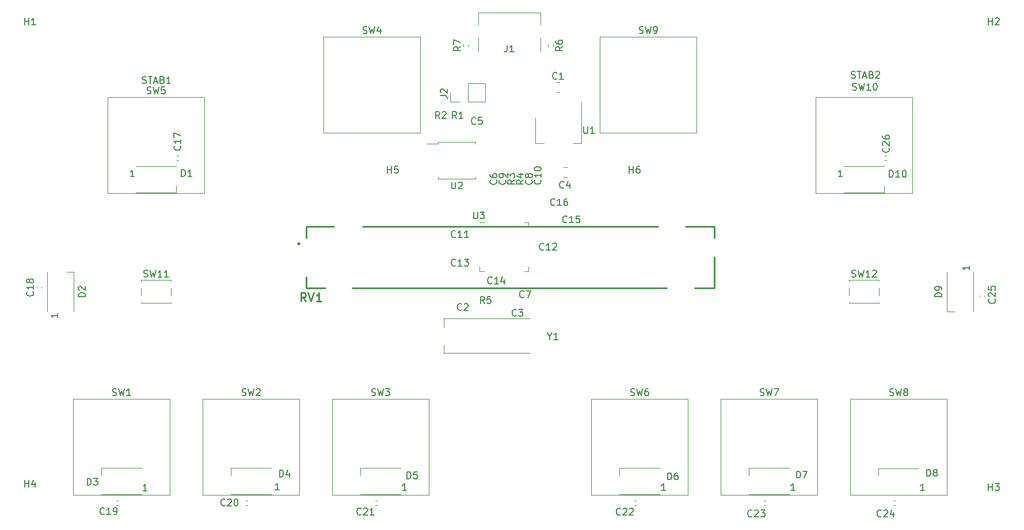
<source format=gbr>
G04 #@! TF.GenerationSoftware,KiCad,Pcbnew,(6.0.5)*
G04 #@! TF.CreationDate,2022-06-09T18:29:16+02:00*
G04 #@! TF.ProjectId,minigeki,6d696e69-6765-46b6-992e-6b696361645f,v3.0*
G04 #@! TF.SameCoordinates,Original*
G04 #@! TF.FileFunction,Legend,Top*
G04 #@! TF.FilePolarity,Positive*
%FSLAX46Y46*%
G04 Gerber Fmt 4.6, Leading zero omitted, Abs format (unit mm)*
G04 Created by KiCad (PCBNEW (6.0.5)) date 2022-06-09 18:29:16*
%MOMM*%
%LPD*%
G01*
G04 APERTURE LIST*
%ADD10C,0.150000*%
%ADD11C,0.254000*%
%ADD12C,0.120000*%
G04 APERTURE END LIST*
D10*
X157115137Y-75845942D02*
X157067518Y-75893561D01*
X156924661Y-75941180D01*
X156829423Y-75941180D01*
X156686565Y-75893561D01*
X156591327Y-75798323D01*
X156543708Y-75703085D01*
X156496089Y-75512609D01*
X156496089Y-75369752D01*
X156543708Y-75179276D01*
X156591327Y-75084038D01*
X156686565Y-74988800D01*
X156829423Y-74941180D01*
X156924661Y-74941180D01*
X157067518Y-74988800D01*
X157115137Y-75036419D01*
X157972280Y-75274514D02*
X157972280Y-75941180D01*
X157734184Y-74893561D02*
X157496089Y-75607847D01*
X158115137Y-75607847D01*
X138962884Y-62309333D02*
X139677170Y-62309333D01*
X139820027Y-62356952D01*
X139915265Y-62452190D01*
X139962884Y-62595047D01*
X139962884Y-62690285D01*
X139058123Y-61880761D02*
X139010504Y-61833142D01*
X138962884Y-61737904D01*
X138962884Y-61499809D01*
X139010504Y-61404571D01*
X139058123Y-61356952D01*
X139153361Y-61309333D01*
X139248599Y-61309333D01*
X139391456Y-61356952D01*
X139962884Y-61928380D01*
X139962884Y-61309333D01*
X153662946Y-74724857D02*
X153710565Y-74772476D01*
X153758184Y-74915333D01*
X153758184Y-75010571D01*
X153710565Y-75153428D01*
X153615327Y-75248666D01*
X153520089Y-75296285D01*
X153329613Y-75343904D01*
X153186756Y-75343904D01*
X152996280Y-75296285D01*
X152901042Y-75248666D01*
X152805804Y-75153428D01*
X152758184Y-75010571D01*
X152758184Y-74915333D01*
X152805804Y-74772476D01*
X152853423Y-74724857D01*
X153758184Y-73772476D02*
X153758184Y-74343904D01*
X153758184Y-74058190D02*
X152758184Y-74058190D01*
X152901042Y-74153428D01*
X152996280Y-74248666D01*
X153043899Y-74343904D01*
X152758184Y-73153428D02*
X152758184Y-73058190D01*
X152805804Y-72962952D01*
X152853423Y-72915333D01*
X152948661Y-72867714D01*
X153139137Y-72820095D01*
X153377232Y-72820095D01*
X153567708Y-72867714D01*
X153662946Y-72915333D01*
X153710565Y-72962952D01*
X153758184Y-73058190D01*
X153758184Y-73153428D01*
X153710565Y-73248666D01*
X153662946Y-73296285D01*
X153567708Y-73343904D01*
X153377232Y-73391523D01*
X153139137Y-73391523D01*
X152948661Y-73343904D01*
X152853423Y-73296285D01*
X152805804Y-73248666D01*
X152758184Y-73153428D01*
X152362946Y-74748666D02*
X152410565Y-74796285D01*
X152458184Y-74939142D01*
X152458184Y-75034380D01*
X152410565Y-75177238D01*
X152315327Y-75272476D01*
X152220089Y-75320095D01*
X152029613Y-75367714D01*
X151886756Y-75367714D01*
X151696280Y-75320095D01*
X151601042Y-75272476D01*
X151505804Y-75177238D01*
X151458184Y-75034380D01*
X151458184Y-74939142D01*
X151505804Y-74796285D01*
X151553423Y-74748666D01*
X151886756Y-74177238D02*
X151839137Y-74272476D01*
X151791518Y-74320095D01*
X151696280Y-74367714D01*
X151648661Y-74367714D01*
X151553423Y-74320095D01*
X151505804Y-74272476D01*
X151458184Y-74177238D01*
X151458184Y-73986761D01*
X151505804Y-73891523D01*
X151553423Y-73843904D01*
X151648661Y-73796285D01*
X151696280Y-73796285D01*
X151791518Y-73843904D01*
X151839137Y-73891523D01*
X151886756Y-73986761D01*
X151886756Y-74177238D01*
X151934375Y-74272476D01*
X151981994Y-74320095D01*
X152077232Y-74367714D01*
X152267708Y-74367714D01*
X152362946Y-74320095D01*
X152410565Y-74272476D01*
X152458184Y-74177238D01*
X152458184Y-73986761D01*
X152410565Y-73891523D01*
X152362946Y-73843904D01*
X152267708Y-73796285D01*
X152077232Y-73796285D01*
X151981994Y-73843904D01*
X151934375Y-73891523D01*
X151886756Y-73986761D01*
X141187946Y-87309142D02*
X141140327Y-87356761D01*
X140997470Y-87404380D01*
X140902232Y-87404380D01*
X140759375Y-87356761D01*
X140664137Y-87261523D01*
X140616518Y-87166285D01*
X140568899Y-86975809D01*
X140568899Y-86832952D01*
X140616518Y-86642476D01*
X140664137Y-86547238D01*
X140759375Y-86452000D01*
X140902232Y-86404380D01*
X140997470Y-86404380D01*
X141140327Y-86452000D01*
X141187946Y-86499619D01*
X142140327Y-87404380D02*
X141568899Y-87404380D01*
X141854613Y-87404380D02*
X141854613Y-86404380D01*
X141759375Y-86547238D01*
X141664137Y-86642476D01*
X141568899Y-86690095D01*
X142473661Y-86404380D02*
X143092708Y-86404380D01*
X142759375Y-86785333D01*
X142902232Y-86785333D01*
X142997470Y-86832952D01*
X143045089Y-86880571D01*
X143092708Y-86975809D01*
X143092708Y-87213904D01*
X143045089Y-87309142D01*
X142997470Y-87356761D01*
X142902232Y-87404380D01*
X142616518Y-87404380D01*
X142521280Y-87356761D01*
X142473661Y-87309142D01*
X144149137Y-66439142D02*
X144101518Y-66486761D01*
X143958661Y-66534380D01*
X143863423Y-66534380D01*
X143720565Y-66486761D01*
X143625327Y-66391523D01*
X143577708Y-66296285D01*
X143530089Y-66105809D01*
X143530089Y-65962952D01*
X143577708Y-65772476D01*
X143625327Y-65677238D01*
X143720565Y-65582000D01*
X143863423Y-65534380D01*
X143958661Y-65534380D01*
X144101518Y-65582000D01*
X144149137Y-65629619D01*
X145053899Y-65534380D02*
X144577708Y-65534380D01*
X144530089Y-66010571D01*
X144577708Y-65962952D01*
X144672946Y-65915333D01*
X144911042Y-65915333D01*
X145006280Y-65962952D01*
X145053899Y-66010571D01*
X145101518Y-66105809D01*
X145101518Y-66343904D01*
X145053899Y-66439142D01*
X145006280Y-66486761D01*
X144911042Y-66534380D01*
X144672946Y-66534380D01*
X144577708Y-66486761D01*
X144530089Y-66439142D01*
X138835837Y-65679580D02*
X138502504Y-65203390D01*
X138264408Y-65679580D02*
X138264408Y-64679580D01*
X138645361Y-64679580D01*
X138740599Y-64727200D01*
X138788218Y-64774819D01*
X138835837Y-64870057D01*
X138835837Y-65012914D01*
X138788218Y-65108152D01*
X138740599Y-65155771D01*
X138645361Y-65203390D01*
X138264408Y-65203390D01*
X139216789Y-64774819D02*
X139264408Y-64727200D01*
X139359646Y-64679580D01*
X139597742Y-64679580D01*
X139692980Y-64727200D01*
X139740599Y-64774819D01*
X139788218Y-64870057D01*
X139788218Y-64965295D01*
X139740599Y-65108152D01*
X139169170Y-65679580D01*
X139788218Y-65679580D01*
X160053899Y-66884380D02*
X160053899Y-67693904D01*
X160101518Y-67789142D01*
X160149137Y-67836761D01*
X160244375Y-67884380D01*
X160434851Y-67884380D01*
X160530089Y-67836761D01*
X160577708Y-67789142D01*
X160625327Y-67693904D01*
X160625327Y-66884380D01*
X161625327Y-67884380D02*
X161053899Y-67884380D01*
X161339613Y-67884380D02*
X161339613Y-66884380D01*
X161244375Y-67027238D01*
X161149137Y-67122476D01*
X161053899Y-67170095D01*
X140603899Y-75034380D02*
X140603899Y-75843904D01*
X140651518Y-75939142D01*
X140699137Y-75986761D01*
X140794375Y-76034380D01*
X140984851Y-76034380D01*
X141080089Y-75986761D01*
X141127708Y-75939142D01*
X141175327Y-75843904D01*
X141175327Y-75034380D01*
X141603899Y-75129619D02*
X141651518Y-75082000D01*
X141746756Y-75034380D01*
X141984851Y-75034380D01*
X142080089Y-75082000D01*
X142127708Y-75129619D01*
X142175327Y-75224857D01*
X142175327Y-75320095D01*
X142127708Y-75462952D01*
X141556280Y-76034380D01*
X142175327Y-76034380D01*
X150113437Y-94692742D02*
X150065818Y-94740361D01*
X149922961Y-94787980D01*
X149827723Y-94787980D01*
X149684865Y-94740361D01*
X149589627Y-94645123D01*
X149542008Y-94549885D01*
X149494389Y-94359409D01*
X149494389Y-94216552D01*
X149542008Y-94026076D01*
X149589627Y-93930838D01*
X149684865Y-93835600D01*
X149827723Y-93787980D01*
X149922961Y-93787980D01*
X150065818Y-93835600D01*
X150113437Y-93883219D01*
X150446770Y-93787980D02*
X151065818Y-93787980D01*
X150732484Y-94168933D01*
X150875342Y-94168933D01*
X150970580Y-94216552D01*
X151018199Y-94264171D01*
X151065818Y-94359409D01*
X151065818Y-94597504D01*
X151018199Y-94692742D01*
X150970580Y-94740361D01*
X150875342Y-94787980D01*
X150589627Y-94787980D01*
X150494389Y-94740361D01*
X150446770Y-94692742D01*
X141325037Y-65679580D02*
X140991704Y-65203390D01*
X140753608Y-65679580D02*
X140753608Y-64679580D01*
X141134561Y-64679580D01*
X141229799Y-64727200D01*
X141277418Y-64774819D01*
X141325037Y-64870057D01*
X141325037Y-65012914D01*
X141277418Y-65108152D01*
X141229799Y-65155771D01*
X141134561Y-65203390D01*
X140753608Y-65203390D01*
X142277418Y-65679580D02*
X141705989Y-65679580D01*
X141991704Y-65679580D02*
X141991704Y-64679580D01*
X141896465Y-64822438D01*
X141801227Y-64917676D01*
X141705989Y-64965295D01*
X148472946Y-74748666D02*
X148520565Y-74796285D01*
X148568184Y-74939142D01*
X148568184Y-75034380D01*
X148520565Y-75177238D01*
X148425327Y-75272476D01*
X148330089Y-75320095D01*
X148139613Y-75367714D01*
X147996756Y-75367714D01*
X147806280Y-75320095D01*
X147711042Y-75272476D01*
X147615804Y-75177238D01*
X147568184Y-75034380D01*
X147568184Y-74939142D01*
X147615804Y-74796285D01*
X147663423Y-74748666D01*
X148568184Y-74272476D02*
X148568184Y-74082000D01*
X148520565Y-73986761D01*
X148472946Y-73939142D01*
X148330089Y-73843904D01*
X148139613Y-73796285D01*
X147758661Y-73796285D01*
X147663423Y-73843904D01*
X147615804Y-73891523D01*
X147568184Y-73986761D01*
X147568184Y-74177238D01*
X147615804Y-74272476D01*
X147663423Y-74320095D01*
X147758661Y-74367714D01*
X147996756Y-74367714D01*
X148091994Y-74320095D01*
X148139613Y-74272476D01*
X148187232Y-74177238D01*
X148187232Y-73986761D01*
X148139613Y-73891523D01*
X148091994Y-73843904D01*
X147996756Y-73796285D01*
X154157946Y-84969142D02*
X154110327Y-85016761D01*
X153967470Y-85064380D01*
X153872232Y-85064380D01*
X153729375Y-85016761D01*
X153634137Y-84921523D01*
X153586518Y-84826285D01*
X153538899Y-84635809D01*
X153538899Y-84492952D01*
X153586518Y-84302476D01*
X153634137Y-84207238D01*
X153729375Y-84112000D01*
X153872232Y-84064380D01*
X153967470Y-84064380D01*
X154110327Y-84112000D01*
X154157946Y-84159619D01*
X155110327Y-85064380D02*
X154538899Y-85064380D01*
X154824613Y-85064380D02*
X154824613Y-84064380D01*
X154729375Y-84207238D01*
X154634137Y-84302476D01*
X154538899Y-84350095D01*
X155491280Y-84159619D02*
X155538899Y-84112000D01*
X155634137Y-84064380D01*
X155872232Y-84064380D01*
X155967470Y-84112000D01*
X156015089Y-84159619D01*
X156062708Y-84254857D01*
X156062708Y-84350095D01*
X156015089Y-84492952D01*
X155443661Y-85064380D01*
X156062708Y-85064380D01*
X146538446Y-89917542D02*
X146490827Y-89965161D01*
X146347970Y-90012780D01*
X146252732Y-90012780D01*
X146109875Y-89965161D01*
X146014637Y-89869923D01*
X145967018Y-89774685D01*
X145919399Y-89584209D01*
X145919399Y-89441352D01*
X145967018Y-89250876D01*
X146014637Y-89155638D01*
X146109875Y-89060400D01*
X146252732Y-89012780D01*
X146347970Y-89012780D01*
X146490827Y-89060400D01*
X146538446Y-89108019D01*
X147490827Y-90012780D02*
X146919399Y-90012780D01*
X147205113Y-90012780D02*
X147205113Y-89012780D01*
X147109875Y-89155638D01*
X147014637Y-89250876D01*
X146919399Y-89298495D01*
X148347970Y-89346114D02*
X148347970Y-90012780D01*
X148109875Y-88965161D02*
X147871780Y-89679447D01*
X148490827Y-89679447D01*
X149858184Y-74748666D02*
X149381994Y-75082000D01*
X149858184Y-75320095D02*
X148858184Y-75320095D01*
X148858184Y-74939142D01*
X148905804Y-74843904D01*
X148953423Y-74796285D01*
X149048661Y-74748666D01*
X149191518Y-74748666D01*
X149286756Y-74796285D01*
X149334375Y-74843904D01*
X149381994Y-74939142D01*
X149381994Y-75320095D01*
X148858184Y-74415333D02*
X148858184Y-73796285D01*
X149239137Y-74129619D01*
X149239137Y-73986761D01*
X149286756Y-73891523D01*
X149334375Y-73843904D01*
X149429613Y-73796285D01*
X149667708Y-73796285D01*
X149762946Y-73843904D01*
X149810565Y-73891523D01*
X149858184Y-73986761D01*
X149858184Y-74272476D01*
X149810565Y-74367714D01*
X149762946Y-74415333D01*
X151231037Y-91949542D02*
X151183418Y-91997161D01*
X151040561Y-92044780D01*
X150945323Y-92044780D01*
X150802465Y-91997161D01*
X150707227Y-91901923D01*
X150659608Y-91806685D01*
X150611989Y-91616209D01*
X150611989Y-91473352D01*
X150659608Y-91282876D01*
X150707227Y-91187638D01*
X150802465Y-91092400D01*
X150945323Y-91044780D01*
X151040561Y-91044780D01*
X151183418Y-91092400D01*
X151231037Y-91140019D01*
X151564370Y-91044780D02*
X152231037Y-91044780D01*
X151802465Y-92044780D01*
X156086637Y-59789142D02*
X156039018Y-59836761D01*
X155896161Y-59884380D01*
X155800923Y-59884380D01*
X155658065Y-59836761D01*
X155562827Y-59741523D01*
X155515208Y-59646285D01*
X155467589Y-59455809D01*
X155467589Y-59312952D01*
X155515208Y-59122476D01*
X155562827Y-59027238D01*
X155658065Y-58932000D01*
X155800923Y-58884380D01*
X155896161Y-58884380D01*
X156039018Y-58932000D01*
X156086637Y-58979619D01*
X157039018Y-59884380D02*
X156467589Y-59884380D01*
X156753304Y-59884380D02*
X156753304Y-58884380D01*
X156658065Y-59027238D01*
X156562827Y-59122476D01*
X156467589Y-59170095D01*
X141187946Y-83109142D02*
X141140327Y-83156761D01*
X140997470Y-83204380D01*
X140902232Y-83204380D01*
X140759375Y-83156761D01*
X140664137Y-83061523D01*
X140616518Y-82966285D01*
X140568899Y-82775809D01*
X140568899Y-82632952D01*
X140616518Y-82442476D01*
X140664137Y-82347238D01*
X140759375Y-82252000D01*
X140902232Y-82204380D01*
X140997470Y-82204380D01*
X141140327Y-82252000D01*
X141187946Y-82299619D01*
X142140327Y-83204380D02*
X141568899Y-83204380D01*
X141854613Y-83204380D02*
X141854613Y-82204380D01*
X141759375Y-82347238D01*
X141664137Y-82442476D01*
X141568899Y-82490095D01*
X143092708Y-83204380D02*
X142521280Y-83204380D01*
X142806994Y-83204380D02*
X142806994Y-82204380D01*
X142711756Y-82347238D01*
X142616518Y-82442476D01*
X142521280Y-82490095D01*
X155784046Y-78385942D02*
X155736427Y-78433561D01*
X155593570Y-78481180D01*
X155498332Y-78481180D01*
X155355475Y-78433561D01*
X155260237Y-78338323D01*
X155212618Y-78243085D01*
X155164999Y-78052609D01*
X155164999Y-77909752D01*
X155212618Y-77719276D01*
X155260237Y-77624038D01*
X155355475Y-77528800D01*
X155498332Y-77481180D01*
X155593570Y-77481180D01*
X155736427Y-77528800D01*
X155784046Y-77576419D01*
X156736427Y-78481180D02*
X156164999Y-78481180D01*
X156450713Y-78481180D02*
X156450713Y-77481180D01*
X156355475Y-77624038D01*
X156260237Y-77719276D01*
X156164999Y-77766895D01*
X157593570Y-77481180D02*
X157403094Y-77481180D01*
X157307856Y-77528800D01*
X157260237Y-77576419D01*
X157164999Y-77719276D01*
X157117380Y-77909752D01*
X157117380Y-78290704D01*
X157164999Y-78385942D01*
X157212618Y-78433561D01*
X157307856Y-78481180D01*
X157498332Y-78481180D01*
X157593570Y-78433561D01*
X157641189Y-78385942D01*
X157688808Y-78290704D01*
X157688808Y-78052609D01*
X157641189Y-77957371D01*
X157593570Y-77909752D01*
X157498332Y-77862133D01*
X157307856Y-77862133D01*
X157212618Y-77909752D01*
X157164999Y-77957371D01*
X157117380Y-78052609D01*
X143843899Y-79434380D02*
X143843899Y-80243904D01*
X143891518Y-80339142D01*
X143939137Y-80386761D01*
X144034375Y-80434380D01*
X144224851Y-80434380D01*
X144320089Y-80386761D01*
X144367708Y-80339142D01*
X144415327Y-80243904D01*
X144415327Y-79434380D01*
X144796280Y-79434380D02*
X145415327Y-79434380D01*
X145081994Y-79815333D01*
X145224851Y-79815333D01*
X145320089Y-79862952D01*
X145367708Y-79910571D01*
X145415327Y-80005809D01*
X145415327Y-80243904D01*
X145367708Y-80339142D01*
X145320089Y-80386761D01*
X145224851Y-80434380D01*
X144939137Y-80434380D01*
X144843899Y-80386761D01*
X144796280Y-80339142D01*
X142087037Y-93839142D02*
X142039418Y-93886761D01*
X141896561Y-93934380D01*
X141801323Y-93934380D01*
X141658465Y-93886761D01*
X141563227Y-93791523D01*
X141515608Y-93696285D01*
X141467989Y-93505809D01*
X141467989Y-93362952D01*
X141515608Y-93172476D01*
X141563227Y-93077238D01*
X141658465Y-92982000D01*
X141801323Y-92934380D01*
X141896561Y-92934380D01*
X142039418Y-92982000D01*
X142087037Y-93029619D01*
X142467989Y-93029619D02*
X142515608Y-92982000D01*
X142610846Y-92934380D01*
X142848942Y-92934380D01*
X142944180Y-92982000D01*
X142991799Y-93029619D01*
X143039418Y-93124857D01*
X143039418Y-93220095D01*
X142991799Y-93362952D01*
X142420370Y-93934380D01*
X143039418Y-93934380D01*
X151158184Y-74748666D02*
X150681994Y-75082000D01*
X151158184Y-75320095D02*
X150158184Y-75320095D01*
X150158184Y-74939142D01*
X150205804Y-74843904D01*
X150253423Y-74796285D01*
X150348661Y-74748666D01*
X150491518Y-74748666D01*
X150586756Y-74796285D01*
X150634375Y-74843904D01*
X150681994Y-74939142D01*
X150681994Y-75320095D01*
X150491518Y-73891523D02*
X151158184Y-73891523D01*
X150110565Y-74129619D02*
X150824851Y-74367714D01*
X150824851Y-73748666D01*
X147162946Y-74748666D02*
X147210565Y-74796285D01*
X147258184Y-74939142D01*
X147258184Y-75034380D01*
X147210565Y-75177238D01*
X147115327Y-75272476D01*
X147020089Y-75320095D01*
X146829613Y-75367714D01*
X146686756Y-75367714D01*
X146496280Y-75320095D01*
X146401042Y-75272476D01*
X146305804Y-75177238D01*
X146258184Y-75034380D01*
X146258184Y-74939142D01*
X146305804Y-74796285D01*
X146353423Y-74748666D01*
X146258184Y-73891523D02*
X146258184Y-74082000D01*
X146305804Y-74177238D01*
X146353423Y-74224857D01*
X146496280Y-74320095D01*
X146686756Y-74367714D01*
X147067708Y-74367714D01*
X147162946Y-74320095D01*
X147210565Y-74272476D01*
X147258184Y-74177238D01*
X147258184Y-73986761D01*
X147210565Y-73891523D01*
X147162946Y-73843904D01*
X147067708Y-73796285D01*
X146829613Y-73796285D01*
X146734375Y-73843904D01*
X146686756Y-73891523D01*
X146639137Y-73986761D01*
X146639137Y-74177238D01*
X146686756Y-74272476D01*
X146734375Y-74320095D01*
X146829613Y-74367714D01*
X157562046Y-80925942D02*
X157514427Y-80973561D01*
X157371570Y-81021180D01*
X157276332Y-81021180D01*
X157133475Y-80973561D01*
X157038237Y-80878323D01*
X156990618Y-80783085D01*
X156942999Y-80592609D01*
X156942999Y-80449752D01*
X156990618Y-80259276D01*
X157038237Y-80164038D01*
X157133475Y-80068800D01*
X157276332Y-80021180D01*
X157371570Y-80021180D01*
X157514427Y-80068800D01*
X157562046Y-80116419D01*
X158514427Y-81021180D02*
X157942999Y-81021180D01*
X158228713Y-81021180D02*
X158228713Y-80021180D01*
X158133475Y-80164038D01*
X158038237Y-80259276D01*
X157942999Y-80306895D01*
X159419189Y-80021180D02*
X158942999Y-80021180D01*
X158895380Y-80497371D01*
X158942999Y-80449752D01*
X159038237Y-80402133D01*
X159276332Y-80402133D01*
X159371570Y-80449752D01*
X159419189Y-80497371D01*
X159466808Y-80592609D01*
X159466808Y-80830704D01*
X159419189Y-80925942D01*
X159371570Y-80973561D01*
X159276332Y-81021180D01*
X159038237Y-81021180D01*
X158942999Y-80973561D01*
X158895380Y-80925942D01*
X145439837Y-92908380D02*
X145106504Y-92432190D01*
X144868408Y-92908380D02*
X144868408Y-91908380D01*
X145249361Y-91908380D01*
X145344599Y-91956000D01*
X145392218Y-92003619D01*
X145439837Y-92098857D01*
X145439837Y-92241714D01*
X145392218Y-92336952D01*
X145344599Y-92384571D01*
X145249361Y-92432190D01*
X144868408Y-92432190D01*
X146344599Y-91908380D02*
X145868408Y-91908380D01*
X145820789Y-92384571D01*
X145868408Y-92336952D01*
X145963646Y-92289333D01*
X146201742Y-92289333D01*
X146296980Y-92336952D01*
X146344599Y-92384571D01*
X146392218Y-92479809D01*
X146392218Y-92717904D01*
X146344599Y-92813142D01*
X146296980Y-92860761D01*
X146201742Y-92908380D01*
X145963646Y-92908380D01*
X145868408Y-92860761D01*
X145820789Y-92813142D01*
X155029613Y-97758190D02*
X155029613Y-98234380D01*
X154696280Y-97234380D02*
X155029613Y-97758190D01*
X155362946Y-97234380D01*
X156220089Y-98234380D02*
X155648661Y-98234380D01*
X155934375Y-98234380D02*
X155934375Y-97234380D01*
X155839137Y-97377238D01*
X155743899Y-97472476D01*
X155648661Y-97520095D01*
X107270046Y-122632742D02*
X107222427Y-122680361D01*
X107079570Y-122727980D01*
X106984332Y-122727980D01*
X106841475Y-122680361D01*
X106746237Y-122585123D01*
X106698618Y-122489885D01*
X106650999Y-122299409D01*
X106650999Y-122156552D01*
X106698618Y-121966076D01*
X106746237Y-121870838D01*
X106841475Y-121775600D01*
X106984332Y-121727980D01*
X107079570Y-121727980D01*
X107222427Y-121775600D01*
X107270046Y-121823219D01*
X107650999Y-121823219D02*
X107698618Y-121775600D01*
X107793856Y-121727980D01*
X108031951Y-121727980D01*
X108127189Y-121775600D01*
X108174808Y-121823219D01*
X108222427Y-121918457D01*
X108222427Y-122013695D01*
X108174808Y-122156552D01*
X107603380Y-122727980D01*
X108222427Y-122727980D01*
X108841475Y-121727980D02*
X108936713Y-121727980D01*
X109031951Y-121775600D01*
X109079570Y-121823219D01*
X109127189Y-121918457D01*
X109174808Y-122108933D01*
X109174808Y-122347028D01*
X109127189Y-122537504D01*
X109079570Y-122632742D01*
X109031951Y-122680361D01*
X108936713Y-122727980D01*
X108841475Y-122727980D01*
X108746237Y-122680361D01*
X108698618Y-122632742D01*
X108650999Y-122537504D01*
X108603380Y-122347028D01*
X108603380Y-122108933D01*
X108650999Y-121918457D01*
X108698618Y-121823219D01*
X108746237Y-121775600D01*
X108841475Y-121727980D01*
X219571399Y-51862380D02*
X219571399Y-50862380D01*
X219571399Y-51338571D02*
X220142827Y-51338571D01*
X220142827Y-51862380D02*
X220142827Y-50862380D01*
X220571399Y-50957619D02*
X220619018Y-50910000D01*
X220714256Y-50862380D01*
X220952351Y-50862380D01*
X221047589Y-50910000D01*
X221095208Y-50957619D01*
X221142827Y-51052857D01*
X221142827Y-51148095D01*
X221095208Y-51290952D01*
X220523780Y-51862380D01*
X221142827Y-51862380D01*
X95122675Y-60450361D02*
X95265532Y-60497980D01*
X95503627Y-60497980D01*
X95598865Y-60450361D01*
X95646484Y-60402742D01*
X95694104Y-60307504D01*
X95694104Y-60212266D01*
X95646484Y-60117028D01*
X95598865Y-60069409D01*
X95503627Y-60021790D01*
X95313151Y-59974171D01*
X95217913Y-59926552D01*
X95170294Y-59878933D01*
X95122675Y-59783695D01*
X95122675Y-59688457D01*
X95170294Y-59593219D01*
X95217913Y-59545600D01*
X95313151Y-59497980D01*
X95551246Y-59497980D01*
X95694104Y-59545600D01*
X95979818Y-59497980D02*
X96551246Y-59497980D01*
X96265532Y-60497980D02*
X96265532Y-59497980D01*
X96836961Y-60212266D02*
X97313151Y-60212266D01*
X96741723Y-60497980D02*
X97075056Y-59497980D01*
X97408389Y-60497980D01*
X98075056Y-59974171D02*
X98217913Y-60021790D01*
X98265532Y-60069409D01*
X98313151Y-60164647D01*
X98313151Y-60307504D01*
X98265532Y-60402742D01*
X98217913Y-60450361D01*
X98122675Y-60497980D01*
X97741723Y-60497980D01*
X97741723Y-59497980D01*
X98075056Y-59497980D01*
X98170294Y-59545600D01*
X98217913Y-59593219D01*
X98265532Y-59688457D01*
X98265532Y-59783695D01*
X98217913Y-59878933D01*
X98170294Y-59926552D01*
X98075056Y-59974171D01*
X97741723Y-59974171D01*
X99265532Y-60497980D02*
X98694104Y-60497980D01*
X98979818Y-60497980D02*
X98979818Y-59497980D01*
X98884580Y-59640838D01*
X98789342Y-59736076D01*
X98694104Y-59783695D01*
X165436046Y-124004342D02*
X165388427Y-124051961D01*
X165245570Y-124099580D01*
X165150332Y-124099580D01*
X165007475Y-124051961D01*
X164912237Y-123956723D01*
X164864618Y-123861485D01*
X164816999Y-123671009D01*
X164816999Y-123528152D01*
X164864618Y-123337676D01*
X164912237Y-123242438D01*
X165007475Y-123147200D01*
X165150332Y-123099580D01*
X165245570Y-123099580D01*
X165388427Y-123147200D01*
X165436046Y-123194819D01*
X165816999Y-123194819D02*
X165864618Y-123147200D01*
X165959856Y-123099580D01*
X166197951Y-123099580D01*
X166293189Y-123147200D01*
X166340808Y-123194819D01*
X166388427Y-123290057D01*
X166388427Y-123385295D01*
X166340808Y-123528152D01*
X165769380Y-124099580D01*
X166388427Y-124099580D01*
X166769380Y-123194819D02*
X166816999Y-123147200D01*
X166912237Y-123099580D01*
X167150332Y-123099580D01*
X167245570Y-123147200D01*
X167293189Y-123194819D01*
X167340808Y-123290057D01*
X167340808Y-123385295D01*
X167293189Y-123528152D01*
X166721761Y-124099580D01*
X167340808Y-124099580D01*
X134048008Y-118714780D02*
X134048008Y-117714780D01*
X134286104Y-117714780D01*
X134428961Y-117762400D01*
X134524199Y-117857638D01*
X134571818Y-117952876D01*
X134619437Y-118143352D01*
X134619437Y-118286209D01*
X134571818Y-118476685D01*
X134524199Y-118571923D01*
X134428961Y-118667161D01*
X134286104Y-118714780D01*
X134048008Y-118714780D01*
X135524199Y-117714780D02*
X135048008Y-117714780D01*
X135000389Y-118190971D01*
X135048008Y-118143352D01*
X135143246Y-118095733D01*
X135381342Y-118095733D01*
X135476580Y-118143352D01*
X135524199Y-118190971D01*
X135571818Y-118286209D01*
X135571818Y-118524304D01*
X135524199Y-118619542D01*
X135476580Y-118667161D01*
X135381342Y-118714780D01*
X135143246Y-118714780D01*
X135048008Y-118667161D01*
X135000389Y-118619542D01*
X133949018Y-120453380D02*
X133377589Y-120453380D01*
X133663304Y-120453380D02*
X133663304Y-119453380D01*
X133568065Y-119596238D01*
X133472827Y-119691476D01*
X133377589Y-119739095D01*
X172402008Y-118867180D02*
X172402008Y-117867180D01*
X172640104Y-117867180D01*
X172782961Y-117914800D01*
X172878199Y-118010038D01*
X172925818Y-118105276D01*
X172973437Y-118295752D01*
X172973437Y-118438609D01*
X172925818Y-118629085D01*
X172878199Y-118724323D01*
X172782961Y-118819561D01*
X172640104Y-118867180D01*
X172402008Y-118867180D01*
X173830580Y-117867180D02*
X173640104Y-117867180D01*
X173544865Y-117914800D01*
X173497246Y-117962419D01*
X173402008Y-118105276D01*
X173354389Y-118295752D01*
X173354389Y-118676704D01*
X173402008Y-118771942D01*
X173449627Y-118819561D01*
X173544865Y-118867180D01*
X173735342Y-118867180D01*
X173830580Y-118819561D01*
X173878199Y-118771942D01*
X173925818Y-118676704D01*
X173925818Y-118438609D01*
X173878199Y-118343371D01*
X173830580Y-118295752D01*
X173735342Y-118248133D01*
X173544865Y-118248133D01*
X173449627Y-118295752D01*
X173402008Y-118343371D01*
X173354389Y-118438609D01*
X172049018Y-120453380D02*
X171477589Y-120453380D01*
X171763304Y-120453380D02*
X171763304Y-119453380D01*
X171668065Y-119596238D01*
X171572827Y-119691476D01*
X171477589Y-119739095D01*
X127285246Y-123953542D02*
X127237627Y-124001161D01*
X127094770Y-124048780D01*
X126999532Y-124048780D01*
X126856675Y-124001161D01*
X126761437Y-123905923D01*
X126713818Y-123810685D01*
X126666199Y-123620209D01*
X126666199Y-123477352D01*
X126713818Y-123286876D01*
X126761437Y-123191638D01*
X126856675Y-123096400D01*
X126999532Y-123048780D01*
X127094770Y-123048780D01*
X127237627Y-123096400D01*
X127285246Y-123144019D01*
X127666199Y-123144019D02*
X127713818Y-123096400D01*
X127809056Y-123048780D01*
X128047151Y-123048780D01*
X128142389Y-123096400D01*
X128190008Y-123144019D01*
X128237627Y-123239257D01*
X128237627Y-123334495D01*
X128190008Y-123477352D01*
X127618580Y-124048780D01*
X128237627Y-124048780D01*
X129190008Y-124048780D02*
X128618580Y-124048780D01*
X128904294Y-124048780D02*
X128904294Y-123048780D01*
X128809056Y-123191638D01*
X128713818Y-123286876D01*
X128618580Y-123334495D01*
X220487246Y-92286057D02*
X220534865Y-92333676D01*
X220582484Y-92476533D01*
X220582484Y-92571771D01*
X220534865Y-92714628D01*
X220439627Y-92809866D01*
X220344389Y-92857485D01*
X220153913Y-92905104D01*
X220011056Y-92905104D01*
X219820580Y-92857485D01*
X219725342Y-92809866D01*
X219630104Y-92714628D01*
X219582484Y-92571771D01*
X219582484Y-92476533D01*
X219630104Y-92333676D01*
X219677723Y-92286057D01*
X219677723Y-91905104D02*
X219630104Y-91857485D01*
X219582484Y-91762247D01*
X219582484Y-91524152D01*
X219630104Y-91428914D01*
X219677723Y-91381295D01*
X219772961Y-91333676D01*
X219868199Y-91333676D01*
X220011056Y-91381295D01*
X220582484Y-91952723D01*
X220582484Y-91333676D01*
X219582484Y-90428914D02*
X219582484Y-90905104D01*
X220058675Y-90952723D01*
X220011056Y-90905104D01*
X219963437Y-90809866D01*
X219963437Y-90571771D01*
X220011056Y-90476533D01*
X220058675Y-90428914D01*
X220153913Y-90381295D01*
X220392008Y-90381295D01*
X220487246Y-90428914D01*
X220534865Y-90476533D01*
X220582484Y-90571771D01*
X220582484Y-90809866D01*
X220534865Y-90905104D01*
X220487246Y-90952723D01*
D11*
X119145751Y-92624123D02*
X118722418Y-92019361D01*
X118420037Y-92624123D02*
X118420037Y-91354123D01*
X118903846Y-91354123D01*
X119024799Y-91414600D01*
X119085275Y-91475076D01*
X119145751Y-91596028D01*
X119145751Y-91777457D01*
X119085275Y-91898409D01*
X119024799Y-91958885D01*
X118903846Y-92019361D01*
X118420037Y-92019361D01*
X119508608Y-91354123D02*
X119931942Y-92624123D01*
X120355275Y-91354123D01*
X121443846Y-92624123D02*
X120718132Y-92624123D01*
X121080989Y-92624123D02*
X121080989Y-91354123D01*
X120960037Y-91535552D01*
X120839084Y-91656504D01*
X120718132Y-91716980D01*
D10*
X199473780Y-88990761D02*
X199616637Y-89038380D01*
X199854732Y-89038380D01*
X199949970Y-88990761D01*
X199997589Y-88943142D01*
X200045208Y-88847904D01*
X200045208Y-88752666D01*
X199997589Y-88657428D01*
X199949970Y-88609809D01*
X199854732Y-88562190D01*
X199664256Y-88514571D01*
X199569018Y-88466952D01*
X199521399Y-88419333D01*
X199473780Y-88324095D01*
X199473780Y-88228857D01*
X199521399Y-88133619D01*
X199569018Y-88086000D01*
X199664256Y-88038380D01*
X199902351Y-88038380D01*
X200045208Y-88086000D01*
X200378542Y-88038380D02*
X200616637Y-89038380D01*
X200807113Y-88324095D01*
X200997589Y-89038380D01*
X201235684Y-88038380D01*
X202140446Y-89038380D02*
X201569018Y-89038380D01*
X201854732Y-89038380D02*
X201854732Y-88038380D01*
X201759494Y-88181238D01*
X201664256Y-88276476D01*
X201569018Y-88324095D01*
X202521399Y-88133619D02*
X202569018Y-88086000D01*
X202664256Y-88038380D01*
X202902351Y-88038380D01*
X202997589Y-88086000D01*
X203045208Y-88133619D01*
X203092827Y-88228857D01*
X203092827Y-88324095D01*
X203045208Y-88466952D01*
X202473780Y-89038380D01*
X203092827Y-89038380D01*
X204996618Y-74315580D02*
X204996618Y-73315580D01*
X205234713Y-73315580D01*
X205377570Y-73363200D01*
X205472808Y-73458438D01*
X205520427Y-73553676D01*
X205568046Y-73744152D01*
X205568046Y-73887009D01*
X205520427Y-74077485D01*
X205472808Y-74172723D01*
X205377570Y-74267961D01*
X205234713Y-74315580D01*
X204996618Y-74315580D01*
X206520427Y-74315580D02*
X205948999Y-74315580D01*
X206234713Y-74315580D02*
X206234713Y-73315580D01*
X206139475Y-73458438D01*
X206044237Y-73553676D01*
X205948999Y-73601295D01*
X207139475Y-73315580D02*
X207234713Y-73315580D01*
X207329951Y-73363200D01*
X207377570Y-73410819D01*
X207425189Y-73506057D01*
X207472808Y-73696533D01*
X207472808Y-73934628D01*
X207425189Y-74125104D01*
X207377570Y-74220342D01*
X207329951Y-74267961D01*
X207234713Y-74315580D01*
X207139475Y-74315580D01*
X207044237Y-74267961D01*
X206996618Y-74220342D01*
X206948999Y-74125104D01*
X206901380Y-73934628D01*
X206901380Y-73696533D01*
X206948999Y-73506057D01*
X206996618Y-73410819D01*
X207044237Y-73363200D01*
X207139475Y-73315580D01*
X198069018Y-74253380D02*
X197497589Y-74253380D01*
X197783304Y-74253380D02*
X197783304Y-73253380D01*
X197688065Y-73396238D01*
X197592827Y-73491476D01*
X197497589Y-73539095D01*
X168199970Y-53110761D02*
X168342827Y-53158380D01*
X168580923Y-53158380D01*
X168676161Y-53110761D01*
X168723780Y-53063142D01*
X168771399Y-52967904D01*
X168771399Y-52872666D01*
X168723780Y-52777428D01*
X168676161Y-52729809D01*
X168580923Y-52682190D01*
X168390446Y-52634571D01*
X168295208Y-52586952D01*
X168247589Y-52539333D01*
X168199970Y-52444095D01*
X168199970Y-52348857D01*
X168247589Y-52253619D01*
X168295208Y-52206000D01*
X168390446Y-52158380D01*
X168628542Y-52158380D01*
X168771399Y-52206000D01*
X169104732Y-52158380D02*
X169342827Y-53158380D01*
X169533304Y-52444095D01*
X169723780Y-53158380D01*
X169961875Y-52158380D01*
X170390446Y-53158380D02*
X170580923Y-53158380D01*
X170676161Y-53110761D01*
X170723780Y-53063142D01*
X170819018Y-52920285D01*
X170866637Y-52729809D01*
X170866637Y-52348857D01*
X170819018Y-52253619D01*
X170771399Y-52206000D01*
X170676161Y-52158380D01*
X170485684Y-52158380D01*
X170390446Y-52206000D01*
X170342827Y-52253619D01*
X170295208Y-52348857D01*
X170295208Y-52586952D01*
X170342827Y-52682190D01*
X170390446Y-52729809D01*
X170485684Y-52777428D01*
X170676161Y-52777428D01*
X170771399Y-52729809D01*
X170819018Y-52682190D01*
X170866637Y-52586952D01*
X87007208Y-119679980D02*
X87007208Y-118679980D01*
X87245304Y-118679980D01*
X87388161Y-118727600D01*
X87483399Y-118822838D01*
X87531018Y-118918076D01*
X87578637Y-119108552D01*
X87578637Y-119251409D01*
X87531018Y-119441885D01*
X87483399Y-119537123D01*
X87388161Y-119632361D01*
X87245304Y-119679980D01*
X87007208Y-119679980D01*
X87911970Y-118679980D02*
X88531018Y-118679980D01*
X88197684Y-119060933D01*
X88340542Y-119060933D01*
X88435780Y-119108552D01*
X88483399Y-119156171D01*
X88531018Y-119251409D01*
X88531018Y-119489504D01*
X88483399Y-119584742D01*
X88435780Y-119632361D01*
X88340542Y-119679980D01*
X88054827Y-119679980D01*
X87959589Y-119632361D01*
X87911970Y-119584742D01*
X95803418Y-120492780D02*
X95231989Y-120492780D01*
X95517704Y-120492780D02*
X95517704Y-119492780D01*
X95422465Y-119635638D01*
X95327227Y-119730876D01*
X95231989Y-119778495D01*
X141930184Y-55091666D02*
X141453994Y-55425000D01*
X141930184Y-55663095D02*
X140930184Y-55663095D01*
X140930184Y-55282142D01*
X140977804Y-55186904D01*
X141025423Y-55139285D01*
X141120661Y-55091666D01*
X141263518Y-55091666D01*
X141358756Y-55139285D01*
X141406375Y-55186904D01*
X141453994Y-55282142D01*
X141453994Y-55663095D01*
X140930184Y-54758333D02*
X140930184Y-54091666D01*
X141930184Y-54520238D01*
X115302808Y-118460780D02*
X115302808Y-117460780D01*
X115540904Y-117460780D01*
X115683761Y-117508400D01*
X115778999Y-117603638D01*
X115826618Y-117698876D01*
X115874237Y-117889352D01*
X115874237Y-118032209D01*
X115826618Y-118222685D01*
X115778999Y-118317923D01*
X115683761Y-118413161D01*
X115540904Y-118460780D01*
X115302808Y-118460780D01*
X116731380Y-117794114D02*
X116731380Y-118460780D01*
X116493284Y-117413161D02*
X116255189Y-118127447D01*
X116874237Y-118127447D01*
X115259818Y-120391180D02*
X114688389Y-120391180D01*
X114974104Y-120391180D02*
X114974104Y-119391180D01*
X114878865Y-119534038D01*
X114783627Y-119629276D01*
X114688389Y-119676895D01*
X166739399Y-73706380D02*
X166739399Y-72706380D01*
X166739399Y-73182571D02*
X167310827Y-73182571D01*
X167310827Y-73706380D02*
X167310827Y-72706380D01*
X168215589Y-72706380D02*
X168025113Y-72706380D01*
X167929875Y-72754000D01*
X167882256Y-72801619D01*
X167787018Y-72944476D01*
X167739399Y-73134952D01*
X167739399Y-73515904D01*
X167787018Y-73611142D01*
X167834637Y-73658761D01*
X167929875Y-73706380D01*
X168120351Y-73706380D01*
X168215589Y-73658761D01*
X168263208Y-73611142D01*
X168310827Y-73515904D01*
X168310827Y-73277809D01*
X168263208Y-73182571D01*
X168215589Y-73134952D01*
X168120351Y-73087333D01*
X167929875Y-73087333D01*
X167834637Y-73134952D01*
X167787018Y-73182571D01*
X167739399Y-73277809D01*
X95809970Y-62000761D02*
X95952827Y-62048380D01*
X96190923Y-62048380D01*
X96286161Y-62000761D01*
X96333780Y-61953142D01*
X96381399Y-61857904D01*
X96381399Y-61762666D01*
X96333780Y-61667428D01*
X96286161Y-61619809D01*
X96190923Y-61572190D01*
X96000446Y-61524571D01*
X95905208Y-61476952D01*
X95857589Y-61429333D01*
X95809970Y-61334095D01*
X95809970Y-61238857D01*
X95857589Y-61143619D01*
X95905208Y-61096000D01*
X96000446Y-61048380D01*
X96238542Y-61048380D01*
X96381399Y-61096000D01*
X96714732Y-61048380D02*
X96952827Y-62048380D01*
X97143304Y-61334095D01*
X97333780Y-62048380D01*
X97571875Y-61048380D01*
X98429018Y-61048380D02*
X97952827Y-61048380D01*
X97905208Y-61524571D01*
X97952827Y-61476952D01*
X98048065Y-61429333D01*
X98286161Y-61429333D01*
X98381399Y-61476952D01*
X98429018Y-61524571D01*
X98476637Y-61619809D01*
X98476637Y-61857904D01*
X98429018Y-61953142D01*
X98381399Y-62000761D01*
X98286161Y-62048380D01*
X98048065Y-62048380D01*
X97952827Y-62000761D01*
X97905208Y-61953142D01*
X212715684Y-91924095D02*
X211715684Y-91924095D01*
X211715684Y-91686000D01*
X211763304Y-91543142D01*
X211858542Y-91447904D01*
X211953780Y-91400285D01*
X212144256Y-91352666D01*
X212287113Y-91352666D01*
X212477589Y-91400285D01*
X212572827Y-91447904D01*
X212668065Y-91543142D01*
X212715684Y-91686000D01*
X212715684Y-91924095D01*
X212715684Y-90876476D02*
X212715684Y-90686000D01*
X212668065Y-90590761D01*
X212620446Y-90543142D01*
X212477589Y-90447904D01*
X212287113Y-90400285D01*
X211906161Y-90400285D01*
X211810923Y-90447904D01*
X211763304Y-90495523D01*
X211715684Y-90590761D01*
X211715684Y-90781238D01*
X211763304Y-90876476D01*
X211810923Y-90924095D01*
X211906161Y-90971714D01*
X212144256Y-90971714D01*
X212239494Y-90924095D01*
X212287113Y-90876476D01*
X212334732Y-90781238D01*
X212334732Y-90590761D01*
X212287113Y-90495523D01*
X212239494Y-90447904D01*
X212144256Y-90400285D01*
X216765684Y-87400285D02*
X216765684Y-87971714D01*
X216765684Y-87686000D02*
X215765684Y-87686000D01*
X215908542Y-87781238D01*
X216003780Y-87876476D01*
X216051399Y-87971714D01*
X100650046Y-69730857D02*
X100697665Y-69778476D01*
X100745284Y-69921333D01*
X100745284Y-70016571D01*
X100697665Y-70159428D01*
X100602427Y-70254666D01*
X100507189Y-70302285D01*
X100316713Y-70349904D01*
X100173856Y-70349904D01*
X99983380Y-70302285D01*
X99888142Y-70254666D01*
X99792904Y-70159428D01*
X99745284Y-70016571D01*
X99745284Y-69921333D01*
X99792904Y-69778476D01*
X99840523Y-69730857D01*
X100745284Y-68778476D02*
X100745284Y-69349904D01*
X100745284Y-69064190D02*
X99745284Y-69064190D01*
X99888142Y-69159428D01*
X99983380Y-69254666D01*
X100030999Y-69349904D01*
X99745284Y-68445142D02*
X99745284Y-67778476D01*
X100745284Y-68207047D01*
X210502008Y-118359180D02*
X210502008Y-117359180D01*
X210740104Y-117359180D01*
X210882961Y-117406800D01*
X210978199Y-117502038D01*
X211025818Y-117597276D01*
X211073437Y-117787752D01*
X211073437Y-117930609D01*
X211025818Y-118121085D01*
X210978199Y-118216323D01*
X210882961Y-118311561D01*
X210740104Y-118359180D01*
X210502008Y-118359180D01*
X211644865Y-117787752D02*
X211549627Y-117740133D01*
X211502008Y-117692514D01*
X211454389Y-117597276D01*
X211454389Y-117549657D01*
X211502008Y-117454419D01*
X211549627Y-117406800D01*
X211644865Y-117359180D01*
X211835342Y-117359180D01*
X211930580Y-117406800D01*
X211978199Y-117454419D01*
X212025818Y-117549657D01*
X212025818Y-117597276D01*
X211978199Y-117692514D01*
X211930580Y-117740133D01*
X211835342Y-117787752D01*
X211644865Y-117787752D01*
X211549627Y-117835371D01*
X211502008Y-117882990D01*
X211454389Y-117978228D01*
X211454389Y-118168704D01*
X211502008Y-118263942D01*
X211549627Y-118311561D01*
X211644865Y-118359180D01*
X211835342Y-118359180D01*
X211930580Y-118311561D01*
X211978199Y-118263942D01*
X212025818Y-118168704D01*
X212025818Y-117978228D01*
X211978199Y-117882990D01*
X211930580Y-117835371D01*
X211835342Y-117787752D01*
X210149018Y-120483380D02*
X209577589Y-120483380D01*
X209863304Y-120483380D02*
X209863304Y-119483380D01*
X209768065Y-119626238D01*
X209672827Y-119721476D01*
X209577589Y-119769095D01*
X203790046Y-124258342D02*
X203742427Y-124305961D01*
X203599570Y-124353580D01*
X203504332Y-124353580D01*
X203361475Y-124305961D01*
X203266237Y-124210723D01*
X203218618Y-124115485D01*
X203170999Y-123925009D01*
X203170999Y-123782152D01*
X203218618Y-123591676D01*
X203266237Y-123496438D01*
X203361475Y-123401200D01*
X203504332Y-123353580D01*
X203599570Y-123353580D01*
X203742427Y-123401200D01*
X203790046Y-123448819D01*
X204170999Y-123448819D02*
X204218618Y-123401200D01*
X204313856Y-123353580D01*
X204551951Y-123353580D01*
X204647189Y-123401200D01*
X204694808Y-123448819D01*
X204742427Y-123544057D01*
X204742427Y-123639295D01*
X204694808Y-123782152D01*
X204123380Y-124353580D01*
X204742427Y-124353580D01*
X205599570Y-123686914D02*
X205599570Y-124353580D01*
X205361475Y-123305961D02*
X205123380Y-124020247D01*
X205742427Y-124020247D01*
X148764470Y-54885380D02*
X148764470Y-55599666D01*
X148716851Y-55742523D01*
X148621613Y-55837761D01*
X148478756Y-55885380D01*
X148383518Y-55885380D01*
X149764470Y-55885380D02*
X149193042Y-55885380D01*
X149478756Y-55885380D02*
X149478756Y-54885380D01*
X149383518Y-55028238D01*
X149288280Y-55123476D01*
X149193042Y-55171095D01*
X128829970Y-106450761D02*
X128972827Y-106498380D01*
X129210923Y-106498380D01*
X129306161Y-106450761D01*
X129353780Y-106403142D01*
X129401399Y-106307904D01*
X129401399Y-106212666D01*
X129353780Y-106117428D01*
X129306161Y-106069809D01*
X129210923Y-106022190D01*
X129020446Y-105974571D01*
X128925208Y-105926952D01*
X128877589Y-105879333D01*
X128829970Y-105784095D01*
X128829970Y-105688857D01*
X128877589Y-105593619D01*
X128925208Y-105546000D01*
X129020446Y-105498380D01*
X129258542Y-105498380D01*
X129401399Y-105546000D01*
X129734732Y-105498380D02*
X129972827Y-106498380D01*
X130163304Y-105784095D01*
X130353780Y-106498380D01*
X130591875Y-105498380D01*
X130877589Y-105498380D02*
X131496637Y-105498380D01*
X131163304Y-105879333D01*
X131306161Y-105879333D01*
X131401399Y-105926952D01*
X131449018Y-105974571D01*
X131496637Y-106069809D01*
X131496637Y-106307904D01*
X131449018Y-106403142D01*
X131401399Y-106450761D01*
X131306161Y-106498380D01*
X131020446Y-106498380D01*
X130925208Y-106450761D01*
X130877589Y-106403142D01*
X89490046Y-123902742D02*
X89442427Y-123950361D01*
X89299570Y-123997980D01*
X89204332Y-123997980D01*
X89061475Y-123950361D01*
X88966237Y-123855123D01*
X88918618Y-123759885D01*
X88870999Y-123569409D01*
X88870999Y-123426552D01*
X88918618Y-123236076D01*
X88966237Y-123140838D01*
X89061475Y-123045600D01*
X89204332Y-122997980D01*
X89299570Y-122997980D01*
X89442427Y-123045600D01*
X89490046Y-123093219D01*
X90442427Y-123997980D02*
X89870999Y-123997980D01*
X90156713Y-123997980D02*
X90156713Y-122997980D01*
X90061475Y-123140838D01*
X89966237Y-123236076D01*
X89870999Y-123283695D01*
X90918618Y-123997980D02*
X91109094Y-123997980D01*
X91204332Y-123950361D01*
X91251951Y-123902742D01*
X91347189Y-123759885D01*
X91394808Y-123569409D01*
X91394808Y-123188457D01*
X91347189Y-123093219D01*
X91299570Y-123045600D01*
X91204332Y-122997980D01*
X91013856Y-122997980D01*
X90918618Y-123045600D01*
X90870999Y-123093219D01*
X90823380Y-123188457D01*
X90823380Y-123426552D01*
X90870999Y-123521790D01*
X90918618Y-123569409D01*
X91013856Y-123617028D01*
X91204332Y-123617028D01*
X91299570Y-123569409D01*
X91347189Y-123521790D01*
X91394808Y-123426552D01*
X79010446Y-91193857D02*
X79058065Y-91241476D01*
X79105684Y-91384333D01*
X79105684Y-91479571D01*
X79058065Y-91622428D01*
X78962827Y-91717666D01*
X78867589Y-91765285D01*
X78677113Y-91812904D01*
X78534256Y-91812904D01*
X78343780Y-91765285D01*
X78248542Y-91717666D01*
X78153304Y-91622428D01*
X78105684Y-91479571D01*
X78105684Y-91384333D01*
X78153304Y-91241476D01*
X78200923Y-91193857D01*
X79105684Y-90241476D02*
X79105684Y-90812904D01*
X79105684Y-90527190D02*
X78105684Y-90527190D01*
X78248542Y-90622428D01*
X78343780Y-90717666D01*
X78391399Y-90812904D01*
X78534256Y-89670047D02*
X78486637Y-89765285D01*
X78439018Y-89812904D01*
X78343780Y-89860523D01*
X78296161Y-89860523D01*
X78200923Y-89812904D01*
X78153304Y-89765285D01*
X78105684Y-89670047D01*
X78105684Y-89479571D01*
X78153304Y-89384333D01*
X78200923Y-89336714D01*
X78296161Y-89289095D01*
X78343780Y-89289095D01*
X78439018Y-89336714D01*
X78486637Y-89384333D01*
X78534256Y-89479571D01*
X78534256Y-89670047D01*
X78581875Y-89765285D01*
X78629494Y-89812904D01*
X78724732Y-89860523D01*
X78915208Y-89860523D01*
X79010446Y-89812904D01*
X79058065Y-89765285D01*
X79105684Y-89670047D01*
X79105684Y-89479571D01*
X79058065Y-89384333D01*
X79010446Y-89336714D01*
X78915208Y-89289095D01*
X78724732Y-89289095D01*
X78629494Y-89336714D01*
X78581875Y-89384333D01*
X78534256Y-89479571D01*
X156916184Y-55093666D02*
X156439994Y-55427000D01*
X156916184Y-55665095D02*
X155916184Y-55665095D01*
X155916184Y-55284142D01*
X155963804Y-55188904D01*
X156011423Y-55141285D01*
X156106661Y-55093666D01*
X156249518Y-55093666D01*
X156344756Y-55141285D01*
X156392375Y-55188904D01*
X156439994Y-55284142D01*
X156439994Y-55665095D01*
X155916184Y-54236523D02*
X155916184Y-54427000D01*
X155963804Y-54522238D01*
X156011423Y-54569857D01*
X156154280Y-54665095D01*
X156344756Y-54712714D01*
X156725708Y-54712714D01*
X156820946Y-54665095D01*
X156868565Y-54617476D01*
X156916184Y-54522238D01*
X156916184Y-54331761D01*
X156868565Y-54236523D01*
X156820946Y-54188904D01*
X156725708Y-54141285D01*
X156487613Y-54141285D01*
X156392375Y-54188904D01*
X156344756Y-54236523D01*
X156297137Y-54331761D01*
X156297137Y-54522238D01*
X156344756Y-54617476D01*
X156392375Y-54665095D01*
X156487613Y-54712714D01*
X185979970Y-106450761D02*
X186122827Y-106498380D01*
X186360923Y-106498380D01*
X186456161Y-106450761D01*
X186503780Y-106403142D01*
X186551399Y-106307904D01*
X186551399Y-106212666D01*
X186503780Y-106117428D01*
X186456161Y-106069809D01*
X186360923Y-106022190D01*
X186170446Y-105974571D01*
X186075208Y-105926952D01*
X186027589Y-105879333D01*
X185979970Y-105784095D01*
X185979970Y-105688857D01*
X186027589Y-105593619D01*
X186075208Y-105546000D01*
X186170446Y-105498380D01*
X186408542Y-105498380D01*
X186551399Y-105546000D01*
X186884732Y-105498380D02*
X187122827Y-106498380D01*
X187313304Y-105784095D01*
X187503780Y-106498380D01*
X187741875Y-105498380D01*
X188027589Y-105498380D02*
X188694256Y-105498380D01*
X188265684Y-106498380D01*
X184790846Y-124258342D02*
X184743227Y-124305961D01*
X184600370Y-124353580D01*
X184505132Y-124353580D01*
X184362275Y-124305961D01*
X184267037Y-124210723D01*
X184219418Y-124115485D01*
X184171799Y-123925009D01*
X184171799Y-123782152D01*
X184219418Y-123591676D01*
X184267037Y-123496438D01*
X184362275Y-123401200D01*
X184505132Y-123353580D01*
X184600370Y-123353580D01*
X184743227Y-123401200D01*
X184790846Y-123448819D01*
X185171799Y-123448819D02*
X185219418Y-123401200D01*
X185314656Y-123353580D01*
X185552751Y-123353580D01*
X185647989Y-123401200D01*
X185695608Y-123448819D01*
X185743227Y-123544057D01*
X185743227Y-123639295D01*
X185695608Y-123782152D01*
X185124180Y-124353580D01*
X185743227Y-124353580D01*
X186076561Y-123353580D02*
X186695608Y-123353580D01*
X186362275Y-123734533D01*
X186505132Y-123734533D01*
X186600370Y-123782152D01*
X186647989Y-123829771D01*
X186695608Y-123925009D01*
X186695608Y-124163104D01*
X186647989Y-124258342D01*
X186600370Y-124305961D01*
X186505132Y-124353580D01*
X186219418Y-124353580D01*
X186124180Y-124305961D01*
X186076561Y-124258342D01*
X199415075Y-59688361D02*
X199557932Y-59735980D01*
X199796027Y-59735980D01*
X199891265Y-59688361D01*
X199938884Y-59640742D01*
X199986504Y-59545504D01*
X199986504Y-59450266D01*
X199938884Y-59355028D01*
X199891265Y-59307409D01*
X199796027Y-59259790D01*
X199605551Y-59212171D01*
X199510313Y-59164552D01*
X199462694Y-59116933D01*
X199415075Y-59021695D01*
X199415075Y-58926457D01*
X199462694Y-58831219D01*
X199510313Y-58783600D01*
X199605551Y-58735980D01*
X199843646Y-58735980D01*
X199986504Y-58783600D01*
X200272218Y-58735980D02*
X200843646Y-58735980D01*
X200557932Y-59735980D02*
X200557932Y-58735980D01*
X201129361Y-59450266D02*
X201605551Y-59450266D01*
X201034123Y-59735980D02*
X201367456Y-58735980D01*
X201700789Y-59735980D01*
X202367456Y-59212171D02*
X202510313Y-59259790D01*
X202557932Y-59307409D01*
X202605551Y-59402647D01*
X202605551Y-59545504D01*
X202557932Y-59640742D01*
X202510313Y-59688361D01*
X202415075Y-59735980D01*
X202034123Y-59735980D01*
X202034123Y-58735980D01*
X202367456Y-58735980D01*
X202462694Y-58783600D01*
X202510313Y-58831219D01*
X202557932Y-58926457D01*
X202557932Y-59021695D01*
X202510313Y-59116933D01*
X202462694Y-59164552D01*
X202367456Y-59212171D01*
X202034123Y-59212171D01*
X202986504Y-58831219D02*
X203034123Y-58783600D01*
X203129361Y-58735980D01*
X203367456Y-58735980D01*
X203462694Y-58783600D01*
X203510313Y-58831219D01*
X203557932Y-58926457D01*
X203557932Y-59021695D01*
X203510313Y-59164552D01*
X202938884Y-59735980D01*
X203557932Y-59735980D01*
X90729970Y-106450761D02*
X90872827Y-106498380D01*
X91110923Y-106498380D01*
X91206161Y-106450761D01*
X91253780Y-106403142D01*
X91301399Y-106307904D01*
X91301399Y-106212666D01*
X91253780Y-106117428D01*
X91206161Y-106069809D01*
X91110923Y-106022190D01*
X90920446Y-105974571D01*
X90825208Y-105926952D01*
X90777589Y-105879333D01*
X90729970Y-105784095D01*
X90729970Y-105688857D01*
X90777589Y-105593619D01*
X90825208Y-105546000D01*
X90920446Y-105498380D01*
X91158542Y-105498380D01*
X91301399Y-105546000D01*
X91634732Y-105498380D02*
X91872827Y-106498380D01*
X92063304Y-105784095D01*
X92253780Y-106498380D01*
X92491875Y-105498380D01*
X93396637Y-106498380D02*
X92825208Y-106498380D01*
X93110923Y-106498380D02*
X93110923Y-105498380D01*
X93015684Y-105641238D01*
X92920446Y-105736476D01*
X92825208Y-105784095D01*
X191350408Y-118613180D02*
X191350408Y-117613180D01*
X191588504Y-117613180D01*
X191731361Y-117660800D01*
X191826599Y-117756038D01*
X191874218Y-117851276D01*
X191921837Y-118041752D01*
X191921837Y-118184609D01*
X191874218Y-118375085D01*
X191826599Y-118470323D01*
X191731361Y-118565561D01*
X191588504Y-118613180D01*
X191350408Y-118613180D01*
X192255170Y-117613180D02*
X192921837Y-117613180D01*
X192493265Y-118613180D01*
X191099018Y-120453380D02*
X190527589Y-120453380D01*
X190813304Y-120453380D02*
X190813304Y-119453380D01*
X190718065Y-119596238D01*
X190622827Y-119691476D01*
X190527589Y-119739095D01*
X131179399Y-73706380D02*
X131179399Y-72706380D01*
X131179399Y-73182571D02*
X131750827Y-73182571D01*
X131750827Y-73706380D02*
X131750827Y-72706380D01*
X132703208Y-72706380D02*
X132227018Y-72706380D01*
X132179399Y-73182571D01*
X132227018Y-73134952D01*
X132322256Y-73087333D01*
X132560351Y-73087333D01*
X132655589Y-73134952D01*
X132703208Y-73182571D01*
X132750827Y-73277809D01*
X132750827Y-73515904D01*
X132703208Y-73611142D01*
X132655589Y-73658761D01*
X132560351Y-73706380D01*
X132322256Y-73706380D01*
X132227018Y-73658761D01*
X132179399Y-73611142D01*
X109779970Y-106450761D02*
X109922827Y-106498380D01*
X110160923Y-106498380D01*
X110256161Y-106450761D01*
X110303780Y-106403142D01*
X110351399Y-106307904D01*
X110351399Y-106212666D01*
X110303780Y-106117428D01*
X110256161Y-106069809D01*
X110160923Y-106022190D01*
X109970446Y-105974571D01*
X109875208Y-105926952D01*
X109827589Y-105879333D01*
X109779970Y-105784095D01*
X109779970Y-105688857D01*
X109827589Y-105593619D01*
X109875208Y-105546000D01*
X109970446Y-105498380D01*
X110208542Y-105498380D01*
X110351399Y-105546000D01*
X110684732Y-105498380D02*
X110922827Y-106498380D01*
X111113304Y-105784095D01*
X111303780Y-106498380D01*
X111541875Y-105498380D01*
X111875208Y-105593619D02*
X111922827Y-105546000D01*
X112018065Y-105498380D01*
X112256161Y-105498380D01*
X112351399Y-105546000D01*
X112399018Y-105593619D01*
X112446637Y-105688857D01*
X112446637Y-105784095D01*
X112399018Y-105926952D01*
X111827589Y-106498380D01*
X112446637Y-106498380D01*
X199595246Y-61445913D02*
X199738103Y-61493532D01*
X199976198Y-61493532D01*
X200071436Y-61445913D01*
X200119055Y-61398294D01*
X200166674Y-61303056D01*
X200166674Y-61207818D01*
X200119055Y-61112580D01*
X200071436Y-61064961D01*
X199976198Y-61017342D01*
X199785722Y-60969723D01*
X199690484Y-60922104D01*
X199642865Y-60874485D01*
X199595246Y-60779247D01*
X199595246Y-60684009D01*
X199642865Y-60588771D01*
X199690484Y-60541152D01*
X199785722Y-60493532D01*
X200023817Y-60493532D01*
X200166674Y-60541152D01*
X200500008Y-60493532D02*
X200738103Y-61493532D01*
X200928579Y-60779247D01*
X201119055Y-61493532D01*
X201357150Y-60493532D01*
X202261912Y-61493532D02*
X201690484Y-61493532D01*
X201976198Y-61493532D02*
X201976198Y-60493532D01*
X201880960Y-60636390D01*
X201785722Y-60731628D01*
X201690484Y-60779247D01*
X202880960Y-60493532D02*
X202976198Y-60493532D01*
X203071436Y-60541152D01*
X203119055Y-60588771D01*
X203166674Y-60684009D01*
X203214293Y-60874485D01*
X203214293Y-61112580D01*
X203166674Y-61303056D01*
X203119055Y-61398294D01*
X203071436Y-61445913D01*
X202976198Y-61493532D01*
X202880960Y-61493532D01*
X202785722Y-61445913D01*
X202738103Y-61398294D01*
X202690484Y-61303056D01*
X202642865Y-61112580D01*
X202642865Y-60874485D01*
X202690484Y-60684009D01*
X202738103Y-60588771D01*
X202785722Y-60541152D01*
X202880960Y-60493532D01*
X77839399Y-51862380D02*
X77839399Y-50862380D01*
X77839399Y-51338571D02*
X78410827Y-51338571D01*
X78410827Y-51862380D02*
X78410827Y-50862380D01*
X79410827Y-51862380D02*
X78839399Y-51862380D01*
X79125113Y-51862380D02*
X79125113Y-50862380D01*
X79029875Y-51005238D01*
X78934637Y-51100476D01*
X78839399Y-51148095D01*
X100875608Y-74213980D02*
X100875608Y-73213980D01*
X101113704Y-73213980D01*
X101256561Y-73261600D01*
X101351799Y-73356838D01*
X101399418Y-73452076D01*
X101447037Y-73642552D01*
X101447037Y-73785409D01*
X101399418Y-73975885D01*
X101351799Y-74071123D01*
X101256561Y-74166361D01*
X101113704Y-74213980D01*
X100875608Y-74213980D01*
X102399418Y-74213980D02*
X101827989Y-74213980D01*
X102113704Y-74213980D02*
X102113704Y-73213980D01*
X102018465Y-73356838D01*
X101923227Y-73452076D01*
X101827989Y-73499695D01*
X93929018Y-74253380D02*
X93357589Y-74253380D01*
X93643304Y-74253380D02*
X93643304Y-73253380D01*
X93548065Y-73396238D01*
X93452827Y-73491476D01*
X93357589Y-73539095D01*
X166929970Y-106450761D02*
X167072827Y-106498380D01*
X167310923Y-106498380D01*
X167406161Y-106450761D01*
X167453780Y-106403142D01*
X167501399Y-106307904D01*
X167501399Y-106212666D01*
X167453780Y-106117428D01*
X167406161Y-106069809D01*
X167310923Y-106022190D01*
X167120446Y-105974571D01*
X167025208Y-105926952D01*
X166977589Y-105879333D01*
X166929970Y-105784095D01*
X166929970Y-105688857D01*
X166977589Y-105593619D01*
X167025208Y-105546000D01*
X167120446Y-105498380D01*
X167358542Y-105498380D01*
X167501399Y-105546000D01*
X167834732Y-105498380D02*
X168072827Y-106498380D01*
X168263304Y-105784095D01*
X168453780Y-106498380D01*
X168691875Y-105498380D01*
X169501399Y-105498380D02*
X169310923Y-105498380D01*
X169215684Y-105546000D01*
X169168065Y-105593619D01*
X169072827Y-105736476D01*
X169025208Y-105926952D01*
X169025208Y-106307904D01*
X169072827Y-106403142D01*
X169120446Y-106450761D01*
X169215684Y-106498380D01*
X169406161Y-106498380D01*
X169501399Y-106450761D01*
X169549018Y-106403142D01*
X169596637Y-106307904D01*
X169596637Y-106069809D01*
X169549018Y-105974571D01*
X169501399Y-105926952D01*
X169406161Y-105879333D01*
X169215684Y-105879333D01*
X169120446Y-105926952D01*
X169072827Y-105974571D01*
X169025208Y-106069809D01*
X95333780Y-88990761D02*
X95476637Y-89038380D01*
X95714732Y-89038380D01*
X95809970Y-88990761D01*
X95857589Y-88943142D01*
X95905208Y-88847904D01*
X95905208Y-88752666D01*
X95857589Y-88657428D01*
X95809970Y-88609809D01*
X95714732Y-88562190D01*
X95524256Y-88514571D01*
X95429018Y-88466952D01*
X95381399Y-88419333D01*
X95333780Y-88324095D01*
X95333780Y-88228857D01*
X95381399Y-88133619D01*
X95429018Y-88086000D01*
X95524256Y-88038380D01*
X95762351Y-88038380D01*
X95905208Y-88086000D01*
X96238542Y-88038380D02*
X96476637Y-89038380D01*
X96667113Y-88324095D01*
X96857589Y-89038380D01*
X97095684Y-88038380D01*
X98000446Y-89038380D02*
X97429018Y-89038380D01*
X97714732Y-89038380D02*
X97714732Y-88038380D01*
X97619494Y-88181238D01*
X97524256Y-88276476D01*
X97429018Y-88324095D01*
X98952827Y-89038380D02*
X98381399Y-89038380D01*
X98667113Y-89038380D02*
X98667113Y-88038380D01*
X98571875Y-88181238D01*
X98476637Y-88276476D01*
X98381399Y-88324095D01*
X204891646Y-70035657D02*
X204939265Y-70083276D01*
X204986884Y-70226133D01*
X204986884Y-70321371D01*
X204939265Y-70464228D01*
X204844027Y-70559466D01*
X204748789Y-70607085D01*
X204558313Y-70654704D01*
X204415456Y-70654704D01*
X204224980Y-70607085D01*
X204129742Y-70559466D01*
X204034504Y-70464228D01*
X203986884Y-70321371D01*
X203986884Y-70226133D01*
X204034504Y-70083276D01*
X204082123Y-70035657D01*
X204082123Y-69654704D02*
X204034504Y-69607085D01*
X203986884Y-69511847D01*
X203986884Y-69273752D01*
X204034504Y-69178514D01*
X204082123Y-69130895D01*
X204177361Y-69083276D01*
X204272599Y-69083276D01*
X204415456Y-69130895D01*
X204986884Y-69702323D01*
X204986884Y-69083276D01*
X203986884Y-68226133D02*
X203986884Y-68416609D01*
X204034504Y-68511847D01*
X204082123Y-68559466D01*
X204224980Y-68654704D01*
X204415456Y-68702323D01*
X204796408Y-68702323D01*
X204891646Y-68654704D01*
X204939265Y-68607085D01*
X204986884Y-68511847D01*
X204986884Y-68321371D01*
X204939265Y-68226133D01*
X204891646Y-68178514D01*
X204796408Y-68130895D01*
X204558313Y-68130895D01*
X204463075Y-68178514D01*
X204415456Y-68226133D01*
X204367837Y-68321371D01*
X204367837Y-68511847D01*
X204415456Y-68607085D01*
X204463075Y-68654704D01*
X204558313Y-68702323D01*
X77839399Y-119934380D02*
X77839399Y-118934380D01*
X77839399Y-119410571D02*
X78410827Y-119410571D01*
X78410827Y-119934380D02*
X78410827Y-118934380D01*
X79315589Y-119267714D02*
X79315589Y-119934380D01*
X79077494Y-118886761D02*
X78839399Y-119601047D01*
X79458446Y-119601047D01*
X127559970Y-53110761D02*
X127702827Y-53158380D01*
X127940923Y-53158380D01*
X128036161Y-53110761D01*
X128083780Y-53063142D01*
X128131399Y-52967904D01*
X128131399Y-52872666D01*
X128083780Y-52777428D01*
X128036161Y-52729809D01*
X127940923Y-52682190D01*
X127750446Y-52634571D01*
X127655208Y-52586952D01*
X127607589Y-52539333D01*
X127559970Y-52444095D01*
X127559970Y-52348857D01*
X127607589Y-52253619D01*
X127655208Y-52206000D01*
X127750446Y-52158380D01*
X127988542Y-52158380D01*
X128131399Y-52206000D01*
X128464732Y-52158380D02*
X128702827Y-53158380D01*
X128893304Y-52444095D01*
X129083780Y-53158380D01*
X129321875Y-52158380D01*
X130131399Y-52491714D02*
X130131399Y-53158380D01*
X129893304Y-52110761D02*
X129655208Y-52825047D01*
X130274256Y-52825047D01*
X86725684Y-91924095D02*
X85725684Y-91924095D01*
X85725684Y-91686000D01*
X85773304Y-91543142D01*
X85868542Y-91447904D01*
X85963780Y-91400285D01*
X86154256Y-91352666D01*
X86297113Y-91352666D01*
X86487589Y-91400285D01*
X86582827Y-91447904D01*
X86678065Y-91543142D01*
X86725684Y-91686000D01*
X86725684Y-91924095D01*
X85820923Y-90971714D02*
X85773304Y-90924095D01*
X85725684Y-90828857D01*
X85725684Y-90590761D01*
X85773304Y-90495523D01*
X85820923Y-90447904D01*
X85916161Y-90400285D01*
X86011399Y-90400285D01*
X86154256Y-90447904D01*
X86725684Y-91019333D01*
X86725684Y-90400285D01*
X82675684Y-94400285D02*
X82675684Y-94971714D01*
X82675684Y-94686000D02*
X81675684Y-94686000D01*
X81818542Y-94781238D01*
X81913780Y-94876476D01*
X81961399Y-94971714D01*
X219571399Y-120442380D02*
X219571399Y-119442380D01*
X219571399Y-119918571D02*
X220142827Y-119918571D01*
X220142827Y-120442380D02*
X220142827Y-119442380D01*
X220523780Y-119442380D02*
X221142827Y-119442380D01*
X220809494Y-119823333D01*
X220952351Y-119823333D01*
X221047589Y-119870952D01*
X221095208Y-119918571D01*
X221142827Y-120013809D01*
X221142827Y-120251904D01*
X221095208Y-120347142D01*
X221047589Y-120394761D01*
X220952351Y-120442380D01*
X220666637Y-120442380D01*
X220571399Y-120394761D01*
X220523780Y-120347142D01*
X205029970Y-106450761D02*
X205172827Y-106498380D01*
X205410923Y-106498380D01*
X205506161Y-106450761D01*
X205553780Y-106403142D01*
X205601399Y-106307904D01*
X205601399Y-106212666D01*
X205553780Y-106117428D01*
X205506161Y-106069809D01*
X205410923Y-106022190D01*
X205220446Y-105974571D01*
X205125208Y-105926952D01*
X205077589Y-105879333D01*
X205029970Y-105784095D01*
X205029970Y-105688857D01*
X205077589Y-105593619D01*
X205125208Y-105546000D01*
X205220446Y-105498380D01*
X205458542Y-105498380D01*
X205601399Y-105546000D01*
X205934732Y-105498380D02*
X206172827Y-106498380D01*
X206363304Y-105784095D01*
X206553780Y-106498380D01*
X206791875Y-105498380D01*
X207315684Y-105926952D02*
X207220446Y-105879333D01*
X207172827Y-105831714D01*
X207125208Y-105736476D01*
X207125208Y-105688857D01*
X207172827Y-105593619D01*
X207220446Y-105546000D01*
X207315684Y-105498380D01*
X207506161Y-105498380D01*
X207601399Y-105546000D01*
X207649018Y-105593619D01*
X207696637Y-105688857D01*
X207696637Y-105736476D01*
X207649018Y-105831714D01*
X207601399Y-105879333D01*
X207506161Y-105926952D01*
X207315684Y-105926952D01*
X207220446Y-105974571D01*
X207172827Y-106022190D01*
X207125208Y-106117428D01*
X207125208Y-106307904D01*
X207172827Y-106403142D01*
X207220446Y-106450761D01*
X207315684Y-106498380D01*
X207506161Y-106498380D01*
X207601399Y-106450761D01*
X207649018Y-106403142D01*
X207696637Y-106307904D01*
X207696637Y-106117428D01*
X207649018Y-106022190D01*
X207601399Y-105974571D01*
X207506161Y-105926952D01*
D12*
X157082226Y-72872000D02*
X157599382Y-72872000D01*
X157082226Y-74292000D02*
X157599382Y-74292000D01*
X142992820Y-60541125D02*
X145592820Y-60541125D01*
X141722820Y-63201125D02*
X140392820Y-63201125D01*
X145592820Y-63201125D02*
X145592820Y-60541125D01*
X142992820Y-63201125D02*
X145592820Y-63201125D01*
X140392820Y-63201125D02*
X140392820Y-61871125D01*
X142992820Y-63201125D02*
X142992820Y-60541125D01*
X159725804Y-69342000D02*
X158465804Y-69342000D01*
X152905804Y-65582000D02*
X152905804Y-69342000D01*
X152905804Y-69342000D02*
X154165804Y-69342000D01*
X159725804Y-63332000D02*
X159725804Y-69342000D01*
X144090804Y-74582000D02*
X144090804Y-74322000D01*
X141365804Y-74582000D02*
X144090804Y-74582000D01*
X138640804Y-69132000D02*
X138640804Y-69392000D01*
X141365804Y-69132000D02*
X138640804Y-69132000D01*
X141365804Y-74582000D02*
X138640804Y-74582000D01*
X138640804Y-74582000D02*
X138640804Y-74322000D01*
X144090804Y-69132000D02*
X144090804Y-69392000D01*
X138640804Y-69392000D02*
X136965804Y-69392000D01*
X141365804Y-69132000D02*
X144090804Y-69132000D01*
X155994726Y-61792000D02*
X156511882Y-61792000D01*
X155994726Y-60372000D02*
X156511882Y-60372000D01*
X151925804Y-88192000D02*
X151925804Y-87542000D01*
X151275804Y-80972000D02*
X151925804Y-80972000D01*
X145355804Y-80972000D02*
X144705804Y-80972000D01*
X145355804Y-88192000D02*
X144705804Y-88192000D01*
X151925804Y-80972000D02*
X151925804Y-81622000D01*
X144705804Y-88192000D02*
X144705804Y-87542000D01*
X151275804Y-88192000D02*
X151925804Y-88192000D01*
X139456804Y-100248000D02*
X152056804Y-100248000D01*
X139456804Y-98998000D02*
X139456804Y-100248000D01*
X152056804Y-95148000D02*
X139456804Y-95148000D01*
X139456804Y-95148000D02*
X139456804Y-96398000D01*
X110586140Y-122661000D02*
X110370468Y-122661000D01*
X110586140Y-121941000D02*
X110370468Y-121941000D01*
X167736140Y-121941000D02*
X167520468Y-121941000D01*
X167736140Y-122661000D02*
X167520468Y-122661000D01*
X133113304Y-117176000D02*
X127213304Y-117176000D01*
X133113304Y-121076000D02*
X127213304Y-121076000D01*
X127213304Y-117176000D02*
X127213304Y-118251000D01*
X171213304Y-121076000D02*
X165313304Y-121076000D01*
X165313304Y-117176000D02*
X165313304Y-118251000D01*
X171213304Y-117176000D02*
X165313304Y-117176000D01*
X129636140Y-121941000D02*
X129420468Y-121941000D01*
X129636140Y-122661000D02*
X129420468Y-122661000D01*
X218973304Y-91713164D02*
X218973304Y-91928836D01*
X218253304Y-91713164D02*
X218253304Y-91928836D01*
D11*
X179213304Y-90606000D02*
X176351304Y-90606000D01*
X179213304Y-81606000D02*
X175009304Y-81606000D01*
X119213304Y-90606000D02*
X122012304Y-90606000D01*
X125966304Y-90606000D02*
X172216304Y-90606000D01*
X119213304Y-81606000D02*
X119213304Y-83299000D01*
X179213304Y-81606000D02*
X179213304Y-83299000D01*
X119213304Y-81606000D02*
X123246304Y-81606000D01*
X127526304Y-81606000D02*
X170946304Y-81606000D01*
X119213304Y-90606000D02*
X119213304Y-89031000D01*
X179213304Y-90606000D02*
X179213304Y-86106000D01*
X118277304Y-84133000D02*
G75*
G03*
X118277304Y-84133000I-146000J0D01*
G01*
D12*
X199083304Y-92886000D02*
X203483304Y-92886000D01*
X203483304Y-89606000D02*
X203483304Y-89486000D01*
X203483304Y-89486000D02*
X199083304Y-89486000D01*
X203483304Y-92886000D02*
X203483304Y-92766000D01*
X199083304Y-89486000D02*
X199083304Y-89606000D01*
X203483304Y-91756000D02*
X203483304Y-90616000D01*
X199083304Y-90616000D02*
X199083304Y-91756000D01*
X199083304Y-92766000D02*
X199083304Y-92886000D01*
X204233304Y-76626000D02*
X204233304Y-75551000D01*
X198333304Y-76626000D02*
X204233304Y-76626000D01*
X198333304Y-72726000D02*
X204233304Y-72726000D01*
X162433304Y-67806000D02*
X176633304Y-67806000D01*
X162433304Y-53606000D02*
X162433304Y-67806000D01*
X176633304Y-67806000D02*
X176633304Y-53606000D01*
X176633304Y-53606000D02*
X162433304Y-53606000D01*
X95013304Y-117176000D02*
X89113304Y-117176000D01*
X95013304Y-121076000D02*
X89113304Y-121076000D01*
X89113304Y-117176000D02*
X89113304Y-118251000D01*
X142367804Y-54773359D02*
X142367804Y-55080641D01*
X143127804Y-54773359D02*
X143127804Y-55080641D01*
X114063304Y-121076000D02*
X108163304Y-121076000D01*
X108163304Y-117176000D02*
X108163304Y-118251000D01*
X114063304Y-117176000D02*
X108163304Y-117176000D01*
X90043304Y-62496000D02*
X90043304Y-76696000D01*
X90043304Y-76696000D02*
X104243304Y-76696000D01*
X104243304Y-76696000D02*
X104243304Y-62496000D01*
X104243304Y-62496000D02*
X90043304Y-62496000D01*
X213488304Y-88236000D02*
X213488304Y-94136000D01*
X213488304Y-94136000D02*
X214563304Y-94136000D01*
X217388304Y-88236000D02*
X217388304Y-94136000D01*
X100210468Y-71141000D02*
X100426140Y-71141000D01*
X100210468Y-71861000D02*
X100426140Y-71861000D01*
X209313304Y-117206000D02*
X203413304Y-117206000D01*
X209313304Y-121106000D02*
X203413304Y-121106000D01*
X203413304Y-117206000D02*
X203413304Y-118281000D01*
X205836140Y-121941000D02*
X205620468Y-121941000D01*
X205836140Y-122661000D02*
X205620468Y-122661000D01*
X144517804Y-53839000D02*
X144517804Y-55759000D01*
X144517804Y-50124000D02*
X153677804Y-50124000D01*
X153677804Y-50124000D02*
X153677804Y-51829000D01*
X153677804Y-55759000D02*
X153677804Y-53839000D01*
X144517804Y-51829000D02*
X144517804Y-50124000D01*
X137263304Y-106946000D02*
X123063304Y-106946000D01*
X137263304Y-121146000D02*
X137263304Y-106946000D01*
X123063304Y-106946000D02*
X123063304Y-121146000D01*
X123063304Y-121146000D02*
X137263304Y-121146000D01*
X91536140Y-122661000D02*
X91320468Y-122661000D01*
X91536140Y-121941000D02*
X91320468Y-121941000D01*
X80283304Y-90658836D02*
X80283304Y-90443164D01*
X79563304Y-90658836D02*
X79563304Y-90443164D01*
X154813804Y-54773359D02*
X154813804Y-55080641D01*
X155573804Y-54773359D02*
X155573804Y-55080641D01*
X194413304Y-121146000D02*
X194413304Y-106946000D01*
X180213304Y-121146000D02*
X194413304Y-121146000D01*
X180213304Y-106946000D02*
X180213304Y-121146000D01*
X194413304Y-106946000D02*
X180213304Y-106946000D01*
X186786140Y-122661000D02*
X186570468Y-122661000D01*
X186786140Y-121941000D02*
X186570468Y-121941000D01*
X99163304Y-106946000D02*
X84963304Y-106946000D01*
X84963304Y-121146000D02*
X99163304Y-121146000D01*
X84963304Y-106946000D02*
X84963304Y-121146000D01*
X99163304Y-121146000D02*
X99163304Y-106946000D01*
X184363304Y-117176000D02*
X184363304Y-118251000D01*
X190263304Y-117176000D02*
X184363304Y-117176000D01*
X190263304Y-121076000D02*
X184363304Y-121076000D01*
X118213304Y-106946000D02*
X104013304Y-106946000D01*
X118213304Y-121146000D02*
X118213304Y-106946000D01*
X104013304Y-106946000D02*
X104013304Y-121146000D01*
X104013304Y-121146000D02*
X118213304Y-121146000D01*
X208383304Y-76696000D02*
X208383304Y-62496000D01*
X194183304Y-76696000D02*
X208383304Y-76696000D01*
X208383304Y-62496000D02*
X194183304Y-62496000D01*
X194183304Y-62496000D02*
X194183304Y-76696000D01*
X100093304Y-76626000D02*
X100093304Y-75551000D01*
X94193304Y-72726000D02*
X100093304Y-72726000D01*
X94193304Y-76626000D02*
X100093304Y-76626000D01*
X161163304Y-106946000D02*
X161163304Y-121146000D01*
X161163304Y-121146000D02*
X175363304Y-121146000D01*
X175363304Y-106946000D02*
X161163304Y-106946000D01*
X175363304Y-121146000D02*
X175363304Y-106946000D01*
X94943304Y-92886000D02*
X99343304Y-92886000D01*
X94943304Y-89486000D02*
X94943304Y-89606000D01*
X99343304Y-92886000D02*
X99343304Y-92766000D01*
X99343304Y-89486000D02*
X94943304Y-89486000D01*
X94943304Y-90616000D02*
X94943304Y-91756000D01*
X99343304Y-89606000D02*
X99343304Y-89486000D01*
X94943304Y-92766000D02*
X94943304Y-92886000D01*
X99343304Y-91756000D02*
X99343304Y-90616000D01*
X204350468Y-71861000D02*
X204566140Y-71861000D01*
X204350468Y-71141000D02*
X204566140Y-71141000D01*
X121793304Y-67806000D02*
X135993304Y-67806000D01*
X135993304Y-67806000D02*
X135993304Y-53606000D01*
X135993304Y-53606000D02*
X121793304Y-53606000D01*
X121793304Y-53606000D02*
X121793304Y-67806000D01*
X85048304Y-94136000D02*
X85048304Y-88236000D01*
X85048304Y-88236000D02*
X83973304Y-88236000D01*
X81148304Y-94136000D02*
X81148304Y-88236000D01*
X199263304Y-121146000D02*
X213463304Y-121146000D01*
X213463304Y-121146000D02*
X213463304Y-106946000D01*
X199263304Y-106946000D02*
X199263304Y-121146000D01*
X213463304Y-106946000D02*
X199263304Y-106946000D01*
M02*

</source>
